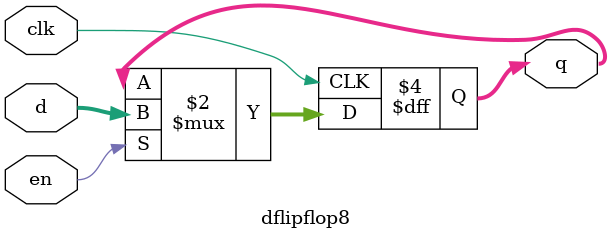
<source format=v>
module dflipflop1
(
  input clk,   // clock
  input en,    // enable
  input d,     // input
  output reg q // output
);
  always @(posedge clk) begin
    if (en) begin
      q <= d;
    end
  end
endmodule

module dflipflop8
(
  input clk,        // clock
  input en,         // enable
  input[7:0] d,     // input
  output reg[7:0] q // output
);
  always @(posedge clk) begin
    if (en) begin
      q <= d;
    end
  end
endmodule

</source>
